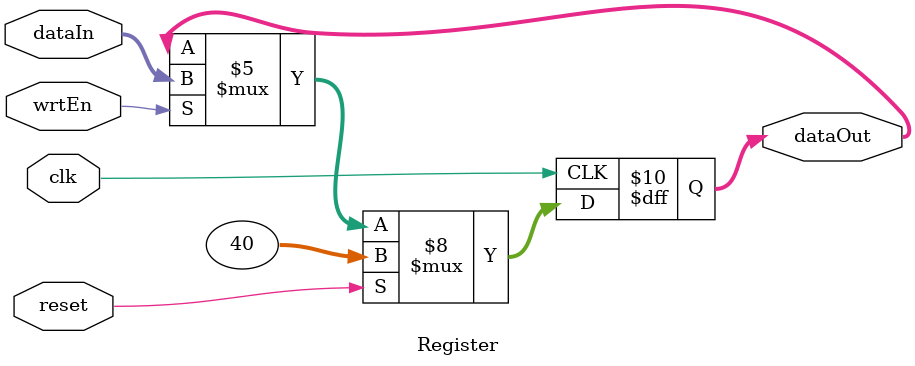
<source format=v>
module Register(clk, reset, wrtEn, dataIn, dataOut);
	parameter BIT_WIDTH = 32;
	parameter RESET_VALUE = 40;
	
	input clk, reset, wrtEn;
	input[BIT_WIDTH - 1: 0] dataIn;
	output[BIT_WIDTH - 1: 0] dataOut;
	reg[BIT_WIDTH - 1: 0] dataOut;
	
	initial begin
		dataOut <= RESET_VALUE;
	end
	
	always @(posedge clk) begin
		if (reset == 1'b1)
			dataOut <= RESET_VALUE;
		else if (wrtEn == 1'b1)
			dataOut <= dataIn;
	end
	
endmodule
</source>
